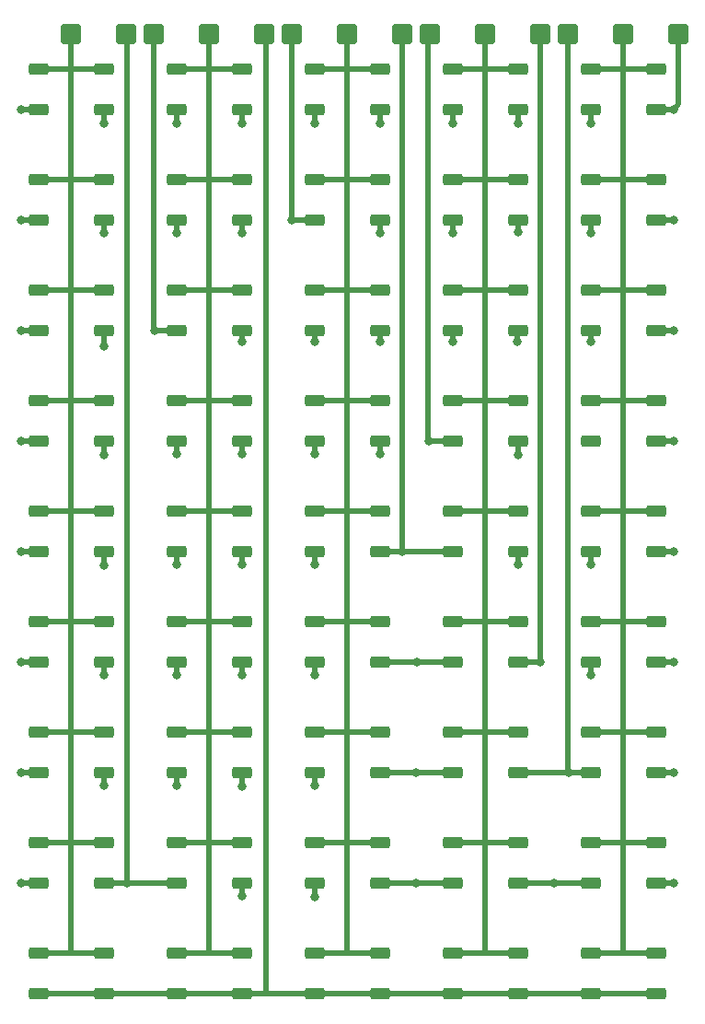
<source format=gbr>
%TF.GenerationSoftware,KiCad,Pcbnew,8.0.8*%
%TF.CreationDate,2025-01-17T20:21:58+11:00*%
%TF.ProjectId,ti59_keyboard,74693539-5f6b-4657-9962-6f6172642e6b,1*%
%TF.SameCoordinates,Original*%
%TF.FileFunction,Copper,L1,Top*%
%TF.FilePolarity,Positive*%
%FSLAX46Y46*%
G04 Gerber Fmt 4.6, Leading zero omitted, Abs format (unit mm)*
G04 Created by KiCad (PCBNEW 8.0.8) date 2025-01-17 20:21:58*
%MOMM*%
%LPD*%
G01*
G04 APERTURE LIST*
G04 Aperture macros list*
%AMRoundRect*
0 Rectangle with rounded corners*
0 $1 Rounding radius*
0 $2 $3 $4 $5 $6 $7 $8 $9 X,Y pos of 4 corners*
0 Add a 4 corners polygon primitive as box body*
4,1,4,$2,$3,$4,$5,$6,$7,$8,$9,$2,$3,0*
0 Add four circle primitives for the rounded corners*
1,1,$1+$1,$2,$3*
1,1,$1+$1,$4,$5*
1,1,$1+$1,$6,$7*
1,1,$1+$1,$8,$9*
0 Add four rect primitives between the rounded corners*
20,1,$1+$1,$2,$3,$4,$5,0*
20,1,$1+$1,$4,$5,$6,$7,0*
20,1,$1+$1,$6,$7,$8,$9,0*
20,1,$1+$1,$8,$9,$2,$3,0*%
G04 Aperture macros list end*
%TA.AperFunction,SMDPad,CuDef*%
%ADD10RoundRect,0.200000X-0.700000X-0.350000X0.700000X-0.350000X0.700000X0.350000X-0.700000X0.350000X0*%
%TD*%
%TA.AperFunction,ComponentPad*%
%ADD11RoundRect,0.250000X-0.675000X-0.675000X0.675000X-0.675000X0.675000X0.675000X-0.675000X0.675000X0*%
%TD*%
%TA.AperFunction,ViaPad*%
%ADD12C,0.800000*%
%TD*%
%TA.AperFunction,Conductor*%
%ADD13C,0.500000*%
%TD*%
G04 APERTURE END LIST*
D10*
%TO.P,SW1,1,1*%
%TO.N,/C1*%
X-28400000Y-15500000D03*
X-22400000Y-15500000D03*
%TO.P,SW1,2,2*%
%TO.N,/R1*%
X-28400000Y-19200000D03*
X-22400000Y-19200000D03*
%TD*%
%TO.P,SW27,1,1*%
%TO.N,/C2*%
X-15700000Y-66300000D03*
X-9700000Y-66300000D03*
%TO.P,SW27,2,2*%
%TO.N,/R6*%
X-15700000Y-70000000D03*
X-9700000Y-70000000D03*
%TD*%
%TO.P,SW7,1,1*%
%TO.N,/C2*%
X-15700000Y-25660000D03*
X-9700000Y-25660000D03*
%TO.P,SW7,2,2*%
%TO.N,/R2*%
X-15700000Y-29360000D03*
X-9700000Y-29360000D03*
%TD*%
%TO.P,SW34,1,1*%
%TO.N,/C4*%
X9700000Y-76460000D03*
X15700000Y-76460000D03*
%TO.P,SW34,2,2*%
%TO.N,/R7*%
X9700000Y-80160000D03*
X15700000Y-80160000D03*
%TD*%
D11*
%TO.P,J12,1,Pin_1*%
%TO.N,/R6*%
X20320000Y-2110000D03*
%TD*%
D10*
%TO.P,SW44,1,1*%
%TO.N,/C4*%
X9700000Y-5340000D03*
X15700000Y-5340000D03*
%TO.P,SW44,2,2*%
%TO.N,/R0*%
X9700000Y-9040000D03*
X15700000Y-9040000D03*
%TD*%
D11*
%TO.P,J4,1,Pin_1*%
%TO.N,/C2*%
X-12700000Y-2110000D03*
%TD*%
D10*
%TO.P,SW6,1,1*%
%TO.N,/C1*%
X-28400000Y-25660000D03*
X-22400000Y-25660000D03*
%TO.P,SW6,2,2*%
%TO.N,/R2*%
X-28400000Y-29360000D03*
X-22400000Y-29360000D03*
%TD*%
D11*
%TO.P,J13,1,Pin_1*%
%TO.N,/C5*%
X25400000Y-2110000D03*
%TD*%
D10*
%TO.P,SW33,1,1*%
%TO.N,/C3*%
X-3000000Y-76460000D03*
X3000000Y-76460000D03*
%TO.P,SW33,2,2*%
%TO.N,/R7*%
X-3000000Y-80160000D03*
X3000000Y-80160000D03*
%TD*%
D11*
%TO.P,J7,1,Pin_1*%
%TO.N,/C3*%
X0Y-2110000D03*
%TD*%
%TO.P,J8,1,Pin_1*%
%TO.N,/R4*%
X5080000Y-2110000D03*
%TD*%
%TO.P,J2,1,Pin_1*%
%TO.N,/R7*%
X-20320000Y-2110000D03*
%TD*%
D10*
%TO.P,SW17,1,1*%
%TO.N,/C2*%
X-15700000Y-45980000D03*
X-9700000Y-45980000D03*
%TO.P,SW17,2,2*%
%TO.N,/R4*%
X-15700000Y-49680000D03*
X-9700000Y-49680000D03*
%TD*%
%TO.P,SW2,1,1*%
%TO.N,/C2*%
X-15700000Y-15500000D03*
X-9700000Y-15500000D03*
%TO.P,SW2,2,2*%
%TO.N,/R1*%
X-15700000Y-19200000D03*
X-9700000Y-19200000D03*
%TD*%
D11*
%TO.P,J10,1,Pin_1*%
%TO.N,/C4*%
X12700000Y-2110000D03*
%TD*%
%TO.P,J3,1,Pin_1*%
%TO.N,/R2*%
X-17780000Y-2110000D03*
%TD*%
D10*
%TO.P,SW28,1,1*%
%TO.N,/C3*%
X-3000000Y-66300000D03*
X3000000Y-66300000D03*
%TO.P,SW28,2,2*%
%TO.N,/R6*%
X-3000000Y-70000000D03*
X3000000Y-70000000D03*
%TD*%
%TO.P,SW19,1,1*%
%TO.N,/C4*%
X9700000Y-45980000D03*
X15700000Y-45980000D03*
%TO.P,SW19,2,2*%
%TO.N,/R4*%
X9700000Y-49680000D03*
X15700000Y-49680000D03*
%TD*%
%TO.P,SW8,1,1*%
%TO.N,/C3*%
X-3000000Y-25660000D03*
X3000000Y-25660000D03*
%TO.P,SW8,2,2*%
%TO.N,/R2*%
X-3000000Y-29360000D03*
X3000000Y-29360000D03*
%TD*%
%TO.P,SW40,1,1*%
%TO.N,/C5*%
X22400000Y-86620000D03*
X28400000Y-86620000D03*
%TO.P,SW40,2,2*%
%TO.N,/R8*%
X22400000Y-90320000D03*
X28400000Y-90320000D03*
%TD*%
%TO.P,SW39,1,1*%
%TO.N,/C4*%
X9700000Y-86620000D03*
X15700000Y-86620000D03*
%TO.P,SW39,2,2*%
%TO.N,/R8*%
X9700000Y-90320000D03*
X15700000Y-90320000D03*
%TD*%
%TO.P,SW20,1,1*%
%TO.N,/C5*%
X22400000Y-45980000D03*
X28400000Y-45980000D03*
%TO.P,SW20,2,2*%
%TO.N,/R4*%
X22400000Y-49680000D03*
X28400000Y-49680000D03*
%TD*%
D11*
%TO.P,J6,1,Pin_1*%
%TO.N,/R1*%
X-5080000Y-2110000D03*
%TD*%
D10*
%TO.P,SW26,1,1*%
%TO.N,/C1*%
X-28400000Y-66300000D03*
X-22400000Y-66300000D03*
%TO.P,SW26,2,2*%
%TO.N,/R6*%
X-28400000Y-70000000D03*
X-22400000Y-70000000D03*
%TD*%
%TO.P,SW45,1,1*%
%TO.N,/C5*%
X22400000Y-5340000D03*
X28400000Y-5340000D03*
%TO.P,SW45,2,2*%
%TO.N,/R0*%
X22400000Y-9040000D03*
X28400000Y-9040000D03*
%TD*%
%TO.P,SW5,1,1*%
%TO.N,/C5*%
X22400000Y-15500000D03*
X28400000Y-15500000D03*
%TO.P,SW5,2,2*%
%TO.N,/R1*%
X22400000Y-19200000D03*
X28400000Y-19200000D03*
%TD*%
D11*
%TO.P,J11,1,Pin_1*%
%TO.N,/R5*%
X17780000Y-2110000D03*
%TD*%
D10*
%TO.P,SW15,1,1*%
%TO.N,/C5*%
X22400000Y-35820000D03*
X28400000Y-35820000D03*
%TO.P,SW15,2,2*%
%TO.N,/R3*%
X22400000Y-39520000D03*
X28400000Y-39520000D03*
%TD*%
D11*
%TO.P,J14,1,Pin_1*%
%TO.N,/R0*%
X30480000Y-2110000D03*
%TD*%
D10*
%TO.P,SW4,1,1*%
%TO.N,/C4*%
X9700000Y-15500000D03*
X15700000Y-15500000D03*
%TO.P,SW4,2,2*%
%TO.N,/R1*%
X9700000Y-19200000D03*
X15700000Y-19200000D03*
%TD*%
%TO.P,SW37,1,1*%
%TO.N,/C2*%
X-15700000Y-86620000D03*
X-9700000Y-86620000D03*
%TO.P,SW37,2,2*%
%TO.N,/R8*%
X-15700000Y-90320000D03*
X-9700000Y-90320000D03*
%TD*%
%TO.P,SW21,1,1*%
%TO.N,/C1*%
X-28400000Y-56140000D03*
X-22400000Y-56140000D03*
%TO.P,SW21,2,2*%
%TO.N,/R5*%
X-28400000Y-59840000D03*
X-22400000Y-59840000D03*
%TD*%
%TO.P,SW16,1,1*%
%TO.N,/C1*%
X-28400000Y-45980000D03*
X-22400000Y-45980000D03*
%TO.P,SW16,2,2*%
%TO.N,/R4*%
X-28400000Y-49680000D03*
X-22400000Y-49680000D03*
%TD*%
%TO.P,SW43,1,1*%
%TO.N,/C3*%
X-3000000Y-5340000D03*
X3000000Y-5340000D03*
%TO.P,SW43,2,2*%
%TO.N,/R0*%
X-3000000Y-9040000D03*
X3000000Y-9040000D03*
%TD*%
D11*
%TO.P,J5,1,Pin_1*%
%TO.N,/R8*%
X-7620000Y-2110000D03*
%TD*%
D10*
%TO.P,SW3,1,1*%
%TO.N,/C3*%
X-3000000Y-15500000D03*
X3000000Y-15500000D03*
%TO.P,SW3,2,2*%
%TO.N,/R1*%
X-3000000Y-19200000D03*
X3000000Y-19200000D03*
%TD*%
%TO.P,SW35,1,1*%
%TO.N,/C5*%
X22400000Y-76460000D03*
X28400000Y-76460000D03*
%TO.P,SW35,2,2*%
%TO.N,/R7*%
X22400000Y-80160000D03*
X28400000Y-80160000D03*
%TD*%
%TO.P,SW32,1,1*%
%TO.N,/C2*%
X-15700000Y-76460000D03*
X-9700000Y-76460000D03*
%TO.P,SW32,2,2*%
%TO.N,/R7*%
X-15700000Y-80160000D03*
X-9700000Y-80160000D03*
%TD*%
%TO.P,SW41,1,1*%
%TO.N,/C1*%
X-28400000Y-5340000D03*
X-22400000Y-5340000D03*
%TO.P,SW41,2,2*%
%TO.N,/R0*%
X-28400000Y-9040000D03*
X-22400000Y-9040000D03*
%TD*%
%TO.P,SW12,1,1*%
%TO.N,/C2*%
X-15700000Y-35820000D03*
X-9700000Y-35820000D03*
%TO.P,SW12,2,2*%
%TO.N,/R3*%
X-15700000Y-39520000D03*
X-9700000Y-39520000D03*
%TD*%
%TO.P,SW14,1,1*%
%TO.N,/C4*%
X9700000Y-35820000D03*
X15700000Y-35820000D03*
%TO.P,SW14,2,2*%
%TO.N,/R3*%
X9700000Y-39520000D03*
X15700000Y-39520000D03*
%TD*%
%TO.P,SW24,1,1*%
%TO.N,/C4*%
X9700000Y-56140000D03*
X15700000Y-56140000D03*
%TO.P,SW24,2,2*%
%TO.N,/R5*%
X9700000Y-59840000D03*
X15700000Y-59840000D03*
%TD*%
D11*
%TO.P,J9,1,Pin_1*%
%TO.N,/R3*%
X7620000Y-2110000D03*
%TD*%
D10*
%TO.P,SW9,1,1*%
%TO.N,/C4*%
X9700000Y-25660000D03*
X15700000Y-25660000D03*
%TO.P,SW9,2,2*%
%TO.N,/R2*%
X9700000Y-29360000D03*
X15700000Y-29360000D03*
%TD*%
%TO.P,SW29,1,1*%
%TO.N,/C4*%
X9700000Y-66300000D03*
X15700000Y-66300000D03*
%TO.P,SW29,2,2*%
%TO.N,/R6*%
X9700000Y-70000000D03*
X15700000Y-70000000D03*
%TD*%
%TO.P,SW36,1,1*%
%TO.N,/C1*%
X-28400000Y-86620000D03*
X-22400000Y-86620000D03*
%TO.P,SW36,2,2*%
%TO.N,/R8*%
X-28400000Y-90320000D03*
X-22400000Y-90320000D03*
%TD*%
%TO.P,SW22,1,1*%
%TO.N,/C2*%
X-15700000Y-56140000D03*
X-9700000Y-56140000D03*
%TO.P,SW22,2,2*%
%TO.N,/R5*%
X-15700000Y-59840000D03*
X-9700000Y-59840000D03*
%TD*%
%TO.P,SW11,1,1*%
%TO.N,/C1*%
X-28400000Y-35820000D03*
X-22400000Y-35820000D03*
%TO.P,SW11,2,2*%
%TO.N,/R3*%
X-28400000Y-39520000D03*
X-22400000Y-39520000D03*
%TD*%
%TO.P,SW42,1,1*%
%TO.N,/C2*%
X-15700000Y-5340000D03*
X-9700000Y-5340000D03*
%TO.P,SW42,2,2*%
%TO.N,/R0*%
X-15700000Y-9040000D03*
X-9700000Y-9040000D03*
%TD*%
%TO.P,SW25,1,1*%
%TO.N,/C5*%
X22400000Y-56140000D03*
X28400000Y-56140000D03*
%TO.P,SW25,2,2*%
%TO.N,/R5*%
X22400000Y-59840000D03*
X28400000Y-59840000D03*
%TD*%
%TO.P,SW13,1,1*%
%TO.N,/C3*%
X-3000000Y-35820000D03*
X3000000Y-35820000D03*
%TO.P,SW13,2,2*%
%TO.N,/R3*%
X-3000000Y-39520000D03*
X3000000Y-39520000D03*
%TD*%
%TO.P,SW30,1,1*%
%TO.N,/C5*%
X22400000Y-66300000D03*
X28400000Y-66300000D03*
%TO.P,SW30,2,2*%
%TO.N,/R6*%
X22400000Y-70000000D03*
X28400000Y-70000000D03*
%TD*%
D11*
%TO.P,J1,1,Pin_1*%
%TO.N,/C1*%
X-25400000Y-2110000D03*
%TD*%
D10*
%TO.P,SW31,1,1*%
%TO.N,/C1*%
X-28400000Y-76460000D03*
X-22400000Y-76460000D03*
%TO.P,SW31,2,2*%
%TO.N,/R7*%
X-28400000Y-80160000D03*
X-22400000Y-80160000D03*
%TD*%
%TO.P,SW10,1,1*%
%TO.N,/C5*%
X22400000Y-25660000D03*
X28400000Y-25660000D03*
%TO.P,SW10,2,2*%
%TO.N,/R2*%
X22400000Y-29360000D03*
X28400000Y-29360000D03*
%TD*%
%TO.P,SW38,1,1*%
%TO.N,/C3*%
X-3000000Y-86620000D03*
X3000000Y-86620000D03*
%TO.P,SW38,2,2*%
%TO.N,/R8*%
X-3000000Y-90320000D03*
X3000000Y-90320000D03*
%TD*%
%TO.P,SW23,1,1*%
%TO.N,/C3*%
X-3000000Y-56140000D03*
X3000000Y-56140000D03*
%TO.P,SW23,2,2*%
%TO.N,/R5*%
X-3000000Y-59840000D03*
X3000000Y-59840000D03*
%TD*%
%TO.P,SW18,1,1*%
%TO.N,/C3*%
X-3000000Y-45980000D03*
X3000000Y-45980000D03*
%TO.P,SW18,2,2*%
%TO.N,/R4*%
X-3000000Y-49680000D03*
X3000000Y-49680000D03*
%TD*%
D12*
%TO.N,/R7*%
X-30000000Y-80160000D03*
X-9700000Y-81360000D03*
X-3000000Y-81410000D03*
X30000000Y-80160000D03*
X-20300000Y-80160000D03*
X6350000Y-80160000D03*
X19000000Y-80160000D03*
%TO.N,/R2*%
X-3000000Y-30360000D03*
X15600000Y-30410000D03*
X-30000000Y-29360000D03*
X3000000Y-30410000D03*
X22400000Y-30410000D03*
X-9700000Y-30410000D03*
X30000000Y-29360000D03*
X9700000Y-30410000D03*
X-22400000Y-30810000D03*
X-17750000Y-29360000D03*
%TO.N,/R1*%
X-9700000Y-20410000D03*
X-30000000Y-19210000D03*
X-5100000Y-19160000D03*
X-15700000Y-20360000D03*
X9700000Y-20360000D03*
X-22400000Y-20410000D03*
X3000000Y-20410000D03*
X30000000Y-19210000D03*
X22400000Y-20360000D03*
X15700000Y-20310000D03*
%TO.N,/R4*%
X-15700000Y-50860000D03*
X-22400000Y-50910000D03*
X-30000000Y-49660000D03*
X-9700000Y-50860000D03*
X22400000Y-50860000D03*
X30000000Y-49660000D03*
X15700000Y-50860000D03*
X-3000000Y-50860000D03*
X5030000Y-49680000D03*
%TO.N,/R3*%
X3000000Y-40710000D03*
X15700000Y-40760000D03*
X-22400000Y-40760000D03*
X-3000000Y-40710000D03*
X7510000Y-39520000D03*
X-30000000Y-39510000D03*
X30000000Y-39510000D03*
X-15700000Y-40710000D03*
X-9700000Y-40710000D03*
%TO.N,/R5*%
X-15700000Y-61060000D03*
X30000000Y-59860000D03*
X-22400000Y-61060000D03*
X6450000Y-59840000D03*
X17750000Y-59860000D03*
X-3000000Y-61010000D03*
X-30000000Y-59860000D03*
X22400000Y-61060000D03*
X-9700000Y-61060000D03*
%TO.N,/R6*%
X-9700000Y-71260000D03*
X20350000Y-69960000D03*
X6350000Y-70000000D03*
X-30000000Y-69960000D03*
X-15700000Y-71210000D03*
X-22400000Y-71210000D03*
X-3000000Y-71210000D03*
X30000000Y-69960000D03*
%TO.N,/R0*%
X22400000Y-10300000D03*
X-9700000Y-10300000D03*
X-30000000Y-9000000D03*
X-3000000Y-10300000D03*
X-22400000Y-10300000D03*
X30000000Y-9000000D03*
X15700000Y-10300000D03*
X3000000Y-10300000D03*
X9700000Y-10300000D03*
X-15700000Y-10300000D03*
%TD*%
D13*
%TO.N,/R2*%
X-17780000Y-29330000D02*
X-17750000Y-29360000D01*
X-17780000Y-2110000D02*
X-17780000Y-29330000D01*
%TO.N,/C1*%
X-28400000Y-56140000D02*
X-22400000Y-56140000D01*
X-25400000Y-86620000D02*
X-28400000Y-86620000D01*
X-25400000Y-86300000D02*
X-25400000Y-86620000D01*
X-28400000Y-5340000D02*
X-22400000Y-5340000D01*
X-28400000Y-66300000D02*
X-22400000Y-66300000D01*
X-28400000Y-45980000D02*
X-22400000Y-45980000D01*
X-28400000Y-15500000D02*
X-22400000Y-15500000D01*
X-25400000Y-86620000D02*
X-22400000Y-86620000D01*
X-28400000Y-25660000D02*
X-22400000Y-25660000D01*
X-25400000Y-2110000D02*
X-25400000Y-86300000D01*
X-28400000Y-35820000D02*
X-22400000Y-35820000D01*
X-28400000Y-76460000D02*
X-22400000Y-76460000D01*
%TO.N,/R7*%
X28400000Y-80160000D02*
X30000000Y-80160000D01*
X-3000000Y-80160000D02*
X-3000000Y-81410000D01*
X-20300000Y-2130000D02*
X-20320000Y-2110000D01*
X-30000000Y-80160000D02*
X-28400000Y-80160000D01*
X3000000Y-80160000D02*
X9700000Y-80160000D01*
X-9700000Y-80160000D02*
X-9700000Y-81360000D01*
X15700000Y-80160000D02*
X22400000Y-80160000D01*
X-20300000Y-80160000D02*
X-15700000Y-80160000D01*
X-20300000Y-80160000D02*
X-20300000Y-2130000D01*
X-22400000Y-80160000D02*
X-20300000Y-80160000D01*
%TO.N,/R2*%
X22400000Y-29360000D02*
X22400000Y-30410000D01*
X-22400000Y-29360000D02*
X-22400000Y-30810000D01*
X-3000000Y-29360000D02*
X-3000000Y-30360000D01*
X3000000Y-29360000D02*
X3000000Y-30410000D01*
X-9700000Y-29360000D02*
X-9700000Y-30410000D01*
X30000000Y-29360000D02*
X28400000Y-29360000D01*
X9700000Y-29360000D02*
X9700000Y-30410000D01*
X-15700000Y-29360000D02*
X-17750000Y-29360000D01*
X15600000Y-29460000D02*
X15700000Y-29360000D01*
X15600000Y-30410000D02*
X15600000Y-29460000D01*
X-28400000Y-29360000D02*
X-30000000Y-29360000D01*
%TO.N,/C2*%
X-12700000Y-86620000D02*
X-15700000Y-86620000D01*
X-15700000Y-5340000D02*
X-9700000Y-5340000D01*
X-15700000Y-25660000D02*
X-9700000Y-25660000D01*
X-15700000Y-66300000D02*
X-9700000Y-66300000D01*
X-15700000Y-56140000D02*
X-9700000Y-56140000D01*
X-15700000Y-15500000D02*
X-9700000Y-15500000D01*
X-12700000Y-2110000D02*
X-12700000Y-86620000D01*
X-12700000Y-86620000D02*
X-9700000Y-86620000D01*
X-15700000Y-35820000D02*
X-9700000Y-35820000D01*
X-15700000Y-76460000D02*
X-9700000Y-76460000D01*
X-15700000Y-45980000D02*
X-9700000Y-45980000D01*
%TO.N,/R8*%
X-28400000Y-90320000D02*
X-7500000Y-90320000D01*
X-7500000Y-90320000D02*
X28400000Y-90320000D01*
X-7500000Y-2230000D02*
X-7620000Y-2110000D01*
X-7500000Y-90320000D02*
X-7500000Y-2230000D01*
%TO.N,/R1*%
X22400000Y-19200000D02*
X22400000Y-20360000D01*
X-22400000Y-19200000D02*
X-22400000Y-20410000D01*
X15700000Y-19200000D02*
X15700000Y-20310000D01*
X-5080000Y-19140000D02*
X-5100000Y-19160000D01*
X-3000000Y-19200000D02*
X-5060000Y-19200000D01*
X3000000Y-19200000D02*
X3000000Y-20410000D01*
X-9700000Y-19200000D02*
X-9700000Y-20410000D01*
X-5060000Y-19200000D02*
X-5100000Y-19160000D01*
X-15700000Y-19200000D02*
X-15700000Y-20360000D01*
X-28400000Y-19200000D02*
X-29990000Y-19200000D01*
X28410000Y-19210000D02*
X28400000Y-19200000D01*
X-5080000Y-2110000D02*
X-5080000Y-19140000D01*
X30000000Y-19210000D02*
X28410000Y-19210000D01*
X9700000Y-19200000D02*
X9700000Y-20360000D01*
X-29990000Y-19200000D02*
X-30000000Y-19210000D01*
%TO.N,/C3*%
X-3000000Y-66300000D02*
X3000000Y-66300000D01*
X-3000000Y-15500000D02*
X3000000Y-15500000D01*
X-3000000Y-56140000D02*
X3000000Y-56140000D01*
X0Y-86620000D02*
X-3000000Y-86620000D01*
X-3000000Y-76460000D02*
X3000000Y-76460000D01*
X0Y-86620000D02*
X3000000Y-86620000D01*
X-3000000Y-5340000D02*
X3000000Y-5340000D01*
X0Y-2110000D02*
X0Y-86620000D01*
X-3000000Y-45980000D02*
X3000000Y-45980000D01*
X-3000000Y-35820000D02*
X3000000Y-35820000D01*
X-3000000Y-25660000D02*
X3000000Y-25660000D01*
%TO.N,/R4*%
X30000000Y-49660000D02*
X28420000Y-49660000D01*
X22400000Y-49680000D02*
X22400000Y-50860000D01*
X5080000Y-2110000D02*
X5080000Y-49630000D01*
X5030000Y-49680000D02*
X3000000Y-49680000D01*
X-9700000Y-49680000D02*
X-9700000Y-50860000D01*
X-3000000Y-49680000D02*
X-3000000Y-50860000D01*
X-29980000Y-49680000D02*
X-30000000Y-49660000D01*
X15700000Y-49680000D02*
X15700000Y-50860000D01*
X3000000Y-49680000D02*
X9700000Y-49680000D01*
X-22400000Y-49680000D02*
X-22400000Y-50910000D01*
X5080000Y-49630000D02*
X5030000Y-49680000D01*
X28420000Y-49660000D02*
X28400000Y-49680000D01*
X-15700000Y-49680000D02*
X-15700000Y-50860000D01*
X-28400000Y-49680000D02*
X-29980000Y-49680000D01*
%TO.N,/R3*%
X30000000Y-39510000D02*
X28410000Y-39510000D01*
X15700000Y-39520000D02*
X15700000Y-40760000D01*
X-15700000Y-39520000D02*
X-15700000Y-40710000D01*
X28410000Y-39510000D02*
X28400000Y-39520000D01*
X7450000Y-2280000D02*
X7620000Y-2110000D01*
X7450000Y-39460000D02*
X7450000Y-2280000D01*
X7510000Y-39520000D02*
X7450000Y-39460000D01*
X-29990000Y-39520000D02*
X-30000000Y-39510000D01*
X-3000000Y-39520000D02*
X-3000000Y-40710000D01*
X-9700000Y-39520000D02*
X-9700000Y-40710000D01*
X-28400000Y-39520000D02*
X-29990000Y-39520000D01*
X7510000Y-39520000D02*
X9700000Y-39520000D01*
X-22400000Y-39520000D02*
X-22400000Y-40760000D01*
X3000000Y-39520000D02*
X3000000Y-40710000D01*
%TO.N,/C4*%
X12700000Y-76460000D02*
X15700000Y-76460000D01*
X9700000Y-45980000D02*
X15700000Y-45980000D01*
X9700000Y-35820000D02*
X15700000Y-35820000D01*
X9700000Y-15500000D02*
X15700000Y-15500000D01*
X9700000Y-5340000D02*
X15700000Y-5340000D01*
X12700000Y-86620000D02*
X9700000Y-86620000D01*
X9700000Y-25660000D02*
X15700000Y-25660000D01*
X12700000Y-76460000D02*
X12700000Y-86620000D01*
X12700000Y-86620000D02*
X15700000Y-86620000D01*
X12700000Y-2110000D02*
X12700000Y-76460000D01*
X9700000Y-76460000D02*
X12700000Y-76460000D01*
X9700000Y-56140000D02*
X15700000Y-56140000D01*
X9700000Y-66300000D02*
X15700000Y-66300000D01*
%TO.N,/R5*%
X30000000Y-59860000D02*
X28420000Y-59860000D01*
X17750000Y-2140000D02*
X17750000Y-59860000D01*
X22400000Y-59840000D02*
X22400000Y-61060000D01*
X-30000000Y-59860000D02*
X-28420000Y-59860000D01*
X-15700000Y-59840000D02*
X-15700000Y-61060000D01*
X9700000Y-59840000D02*
X3000000Y-59840000D01*
X17780000Y-2110000D02*
X17750000Y-2140000D01*
X28420000Y-59860000D02*
X28400000Y-59840000D01*
X-3000000Y-61010000D02*
X-3000000Y-59840000D01*
X15700000Y-59840000D02*
X17730000Y-59840000D01*
X17730000Y-59840000D02*
X17750000Y-59860000D01*
X-9700000Y-59840000D02*
X-9700000Y-61060000D01*
X-22400000Y-59840000D02*
X-22400000Y-61060000D01*
X-28420000Y-59860000D02*
X-28400000Y-59840000D01*
%TO.N,/R6*%
X3000000Y-70000000D02*
X9700000Y-70000000D01*
X-22400000Y-70000000D02*
X-22400000Y-71210000D01*
X-15700000Y-70000000D02*
X-15700000Y-71210000D01*
X-3000000Y-70000000D02*
X-3000000Y-71210000D01*
X-9700000Y-70000000D02*
X-9700000Y-71260000D01*
X-30000000Y-69960000D02*
X-28440000Y-69960000D01*
X28400000Y-70000000D02*
X29960000Y-70000000D01*
X20320000Y-2110000D02*
X20320000Y-69930000D01*
X-28440000Y-69960000D02*
X-28400000Y-70000000D01*
X20320000Y-69930000D02*
X20350000Y-69960000D01*
X15700000Y-70000000D02*
X22400000Y-70000000D01*
X29960000Y-70000000D02*
X30000000Y-69960000D01*
%TO.N,/C5*%
X22400000Y-5340000D02*
X28400000Y-5340000D01*
X22400000Y-76460000D02*
X28400000Y-76460000D01*
X25400000Y-86560000D02*
X25460000Y-86620000D01*
X22400000Y-25660000D02*
X28400000Y-25660000D01*
X22400000Y-56140000D02*
X28400000Y-56140000D01*
X25460000Y-86620000D02*
X22400000Y-86620000D01*
X22400000Y-45980000D02*
X28400000Y-45980000D01*
X25400000Y-2110000D02*
X25400000Y-86560000D01*
X22400000Y-15500000D02*
X28400000Y-15500000D01*
X25460000Y-86620000D02*
X28400000Y-86620000D01*
X22400000Y-66300000D02*
X28400000Y-66300000D01*
X22400000Y-35820000D02*
X28400000Y-35820000D01*
%TO.N,/R0*%
X-15700000Y-9040000D02*
X-15700000Y-10300000D01*
X22400000Y-9040000D02*
X22400000Y-10300000D01*
X-29960000Y-9040000D02*
X-30000000Y-9000000D01*
X-3000000Y-9040000D02*
X-3000000Y-10300000D01*
X15700000Y-9040000D02*
X15700000Y-10300000D01*
X-22400000Y-9040000D02*
X-22400000Y-10300000D01*
X30480000Y-8520000D02*
X30480000Y-2110000D01*
X-9700000Y-9040000D02*
X-9700000Y-10300000D01*
X30000000Y-9000000D02*
X30480000Y-8520000D01*
X3000000Y-9040000D02*
X3000000Y-10300000D01*
X30000000Y-9000000D02*
X28440000Y-9000000D01*
X28440000Y-9000000D02*
X28400000Y-9040000D01*
X-28400000Y-9040000D02*
X-29960000Y-9040000D01*
X9700000Y-9040000D02*
X9700000Y-10300000D01*
%TD*%
M02*

</source>
